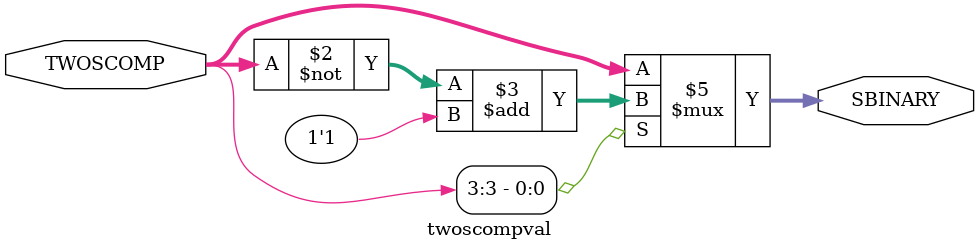
<source format=v>
module twoscompval(
    input [3:0] TWOSCOMP,
    output reg [3:0] SBINARY
);


always @ (TWOSCOMP[3:0])
    begin
        if(TWOSCOMP[3])
            begin
                SBINARY = ~TWOSCOMP + 1'b1;
            end
        else 
            SBINARY = TWOSCOMP;
    end
endmodule
</source>
